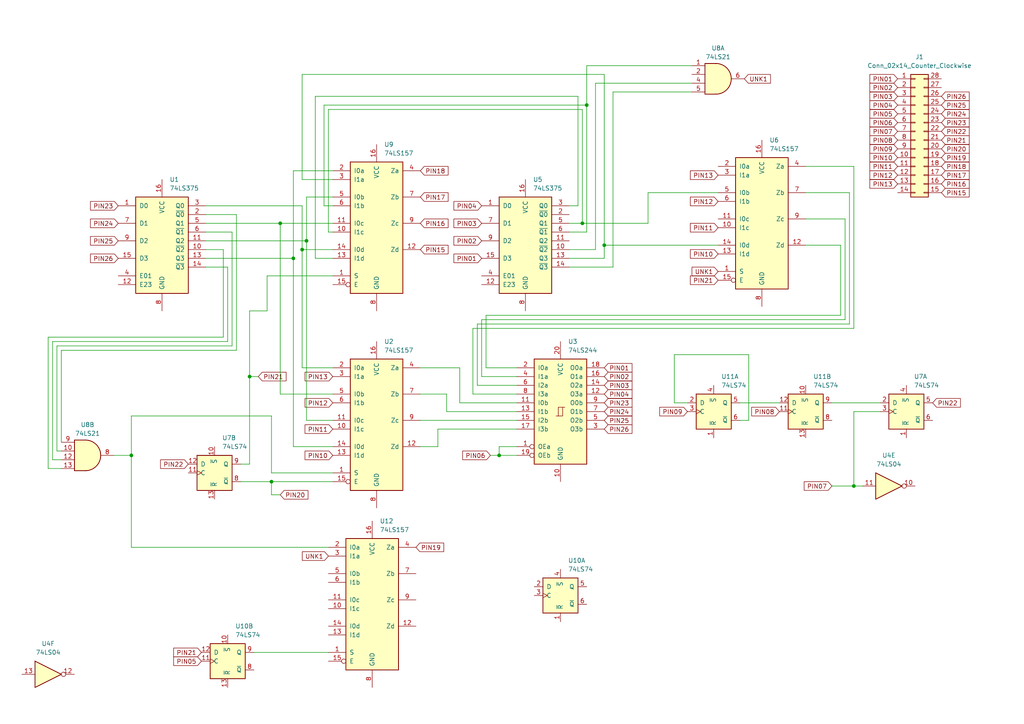
<source format=kicad_sch>
(kicad_sch (version 20230121) (generator eeschema)
  (paper "A4")
  (lib_symbols
    (symbol "74xx:74LS04"
      (property "Reference" "U" (at 0 1.27 0))
      (property "Value" "74LS04" (at 0 -1.27 0))
      (symbol "74LS04_1_0"
        (polyline (pts (xy -3.81 3.81) (xy -3.81 -3.81) (xy 3.81 0) (xy -3.81 3.81)) (stroke (width 0.254)) (fill (type background)))
        (pin input line (at -7.62 0 0) (length 3.81) (name "~") (number "1"))
        (pin output inverted (at 7.62 0 180) (length 3.81) (name "~") (number "2"))
      )
      (symbol "74LS04_2_0"
        (polyline (pts (xy -3.81 3.81) (xy -3.81 -3.81) (xy 3.81 0) (xy -3.81 3.81)) (stroke (width 0.254)) (fill (type background)))
        (pin input line (at -7.62 0 0) (length 3.81) (name "~") (number "3"))
        (pin output inverted (at 7.62 0 180) (length 3.81) (name "~") (number "4"))
      )
      (symbol "74LS04_3_0"
        (polyline (pts (xy -3.81 3.81) (xy -3.81 -3.81) (xy 3.81 0) (xy -3.81 3.81)) (stroke (width 0.254)) (fill (type background)))
        (pin input line (at -7.62 0 0) (length 3.81) (name "~") (number "5"))
        (pin output inverted (at 7.62 0 180) (length 3.81) (name "~") (number "6"))
      )
      (symbol "74LS04_4_0"
        (polyline (pts (xy -3.81 3.81) (xy -3.81 -3.81) (xy 3.81 0) (xy -3.81 3.81)) (stroke (width 0.254)) (fill (type background)))
        (pin output inverted (at 7.62 0 180) (length 3.81) (name "~") (number "8"))
        (pin input line (at -7.62 0 0) (length 3.81) (name "~") (number "9"))
      )
      (symbol "74LS04_5_0"
        (polyline (pts (xy -3.81 3.81) (xy -3.81 -3.81) (xy 3.81 0) (xy -3.81 3.81)) (stroke (width 0.254)) (fill (type background)))
        (pin output inverted (at 7.62 0 180) (length 3.81) (name "~") (number "10"))
        (pin input line (at -7.62 0 0) (length 3.81) (name "~") (number "11"))
      )
      (symbol "74LS04_6_0"
        (polyline (pts (xy -3.81 3.81) (xy -3.81 -3.81) (xy 3.81 0) (xy -3.81 3.81)) (stroke (width 0.254)) (fill (type background)))
        (pin output inverted (at 7.62 0 180) (length 3.81) (name "~") (number "12"))
        (pin input line (at -7.62 0 0) (length 3.81) (name "~") (number "13"))
      )
      (symbol "74LS04_7_0"
        (pin power_in line (at 0 12.7 270) (length 5.08) (name "VCC") (number "14"))
        (pin power_in line (at 0 -12.7 90) (length 5.08) (name "GND") (number "7"))
      )
      (symbol "74LS04_7_1"
        (rectangle (start -5.08 7.62) (end 5.08 -7.62) (stroke (width 0.254)) (fill (type background)))
      )
    )
    (symbol "74xx:74LS157" (pin_names (offset 1.016))
      (property "Reference" "U" (at -7.62 19.05 0))
      (property "Value" "74LS157" (at -7.62 -21.59 0))
      (symbol "74LS157_1_0"
        (pin input line (at -12.7 -15.24 0) (length 5.08) (name "S") (number "1"))
        (pin input line (at -12.7 -2.54 0) (length 5.08) (name "I1c") (number "10"))
        (pin input line (at -12.7 0 0) (length 5.08) (name "I0c") (number "11"))
        (pin output line (at 12.7 -7.62 180) (length 5.08) (name "Zd") (number "12"))
        (pin input line (at -12.7 -10.16 0) (length 5.08) (name "I1d") (number "13"))
        (pin input line (at -12.7 -7.62 0) (length 5.08) (name "I0d") (number "14"))
        (pin input inverted (at -12.7 -17.78 0) (length 5.08) (name "E") (number "15"))
        (pin power_in line (at 0 22.86 270) (length 5.08) (name "VCC") (number "16"))
        (pin input line (at -12.7 15.24 0) (length 5.08) (name "I0a") (number "2"))
        (pin input line (at -12.7 12.7 0) (length 5.08) (name "I1a") (number "3"))
        (pin output line (at 12.7 15.24 180) (length 5.08) (name "Za") (number "4"))
        (pin input line (at -12.7 7.62 0) (length 5.08) (name "I0b") (number "5"))
        (pin input line (at -12.7 5.08 0) (length 5.08) (name "I1b") (number "6"))
        (pin output line (at 12.7 7.62 180) (length 5.08) (name "Zb") (number "7"))
        (pin power_in line (at 0 -25.4 90) (length 5.08) (name "GND") (number "8"))
        (pin output line (at 12.7 0 180) (length 5.08) (name "Zc") (number "9"))
      )
      (symbol "74LS157_1_1"
        (rectangle (start -7.62 17.78) (end 7.62 -20.32) (stroke (width 0.254)) (fill (type background)))
      )
    )
    (symbol "74xx:74LS21" (pin_names (offset 1.016))
      (property "Reference" "U" (at 0 1.27 0))
      (property "Value" "74LS21" (at 0 -1.27 0))
      (symbol "74LS21_1_1"
        (arc (start -0.635 -4.445) (mid 3.7907 0) (end -0.635 4.445) (stroke (width 0.254)) (fill (type background)))
        (polyline (pts (xy -0.635 4.445) (xy -3.81 4.445) (xy -3.81 -4.445) (xy -0.635 -4.445)) (stroke (width 0.254)) (fill (type background)))
        (pin input line (at -7.62 3.81 0) (length 3.81) (name "~") (number "1"))
        (pin input line (at -7.62 1.27 0) (length 3.81) (name "~") (number "2"))
        (pin input line (at -7.62 -1.27 0) (length 3.81) (name "~") (number "4"))
        (pin input line (at -7.62 -3.81 0) (length 3.81) (name "~") (number "5"))
        (pin output line (at 7.62 0 180) (length 3.81) (name "~") (number "6"))
      )
      (symbol "74LS21_1_2"
        (arc (start -3.81 -4.445) (mid -2.5908 0) (end -3.81 4.445) (stroke (width 0.254)))
        (arc (start -0.6096 -4.445) (mid 2.2246 -2.8422) (end 3.81 0) (stroke (width 0.254)) (fill (type background)))
        (polyline (pts (xy -3.81 -4.445) (xy -0.635 -4.445)) (stroke (width 0.254)) (fill (type background)))
        (polyline (pts (xy -3.81 4.445) (xy -0.635 4.445)) (stroke (width 0.254)) (fill (type background)))
        (polyline (pts (xy -0.635 4.445) (xy -3.81 4.445) (xy -3.81 4.445) (xy -3.6322 4.0894) (xy -3.0988 2.921) (xy -2.7686 1.6764) (xy -2.6162 0.4318) (xy -2.6416 -0.8636) (xy -2.8702 -2.1082) (xy -3.2512 -3.3274) (xy -3.81 -4.445) (xy -3.81 -4.445) (xy -0.635 -4.445)) (stroke (width -25.4)) (fill (type background)))
        (arc (start 3.81 0) (mid 2.2204 2.8379) (end -0.6096 4.445) (stroke (width 0.254)) (fill (type background)))
        (pin input inverted (at -7.62 3.81 0) (length 3.81) (name "~") (number "1"))
        (pin input inverted (at -7.62 1.27 0) (length 4.826) (name "~") (number "2"))
        (pin input inverted (at -7.62 -1.27 0) (length 4.826) (name "~") (number "4"))
        (pin input inverted (at -7.62 -3.81 0) (length 3.81) (name "~") (number "5"))
        (pin output inverted (at 7.62 0 180) (length 3.81) (name "~") (number "6"))
      )
      (symbol "74LS21_2_1"
        (arc (start -0.635 -4.445) (mid 3.7907 0) (end -0.635 4.445) (stroke (width 0.254)) (fill (type background)))
        (polyline (pts (xy -0.635 4.445) (xy -3.81 4.445) (xy -3.81 -4.445) (xy -0.635 -4.445)) (stroke (width 0.254)) (fill (type background)))
        (pin input line (at -7.62 1.27 0) (length 3.81) (name "~") (number "10"))
        (pin input line (at -7.62 -1.27 0) (length 3.81) (name "~") (number "12"))
        (pin input line (at -7.62 -3.81 0) (length 3.81) (name "~") (number "13"))
        (pin output line (at 7.62 0 180) (length 3.81) (name "~") (number "8"))
        (pin input line (at -7.62 3.81 0) (length 3.81) (name "~") (number "9"))
      )
      (symbol "74LS21_2_2"
        (arc (start -3.81 -4.445) (mid -2.5908 0) (end -3.81 4.445) (stroke (width 0.254)))
        (arc (start -0.6096 -4.445) (mid 2.2246 -2.8422) (end 3.81 0) (stroke (width 0.254)) (fill (type background)))
        (polyline (pts (xy -3.81 -4.445) (xy -0.635 -4.445)) (stroke (width 0.254)) (fill (type background)))
        (polyline (pts (xy -3.81 4.445) (xy -0.635 4.445)) (stroke (width 0.254)) (fill (type background)))
        (polyline (pts (xy -0.635 4.445) (xy -3.81 4.445) (xy -3.81 4.445) (xy -3.6322 4.0894) (xy -3.0988 2.921) (xy -2.7686 1.6764) (xy -2.6162 0.4318) (xy -2.6416 -0.8636) (xy -2.8702 -2.1082) (xy -3.2512 -3.3274) (xy -3.81 -4.445) (xy -3.81 -4.445) (xy -0.635 -4.445)) (stroke (width -25.4)) (fill (type background)))
        (arc (start 3.81 0) (mid 2.2204 2.8379) (end -0.6096 4.445) (stroke (width 0.254)) (fill (type background)))
        (pin input inverted (at -7.62 1.27 0) (length 4.826) (name "~") (number "10"))
        (pin input inverted (at -7.62 -1.27 0) (length 4.826) (name "~") (number "12"))
        (pin input inverted (at -7.62 -3.81 0) (length 3.81) (name "~") (number "13"))
        (pin output inverted (at 7.62 0 180) (length 3.81) (name "~") (number "8"))
        (pin input inverted (at -7.62 3.81 0) (length 3.81) (name "~") (number "9"))
      )
      (symbol "74LS21_3_0"
        (pin power_in line (at 0 12.7 270) (length 5.08) (name "VCC") (number "14"))
        (pin power_in line (at 0 -12.7 90) (length 5.08) (name "GND") (number "7"))
      )
      (symbol "74LS21_3_1"
        (rectangle (start -5.08 7.62) (end 5.08 -7.62) (stroke (width 0.254)) (fill (type background)))
      )
    )
    (symbol "74xx:74LS244" (pin_names (offset 1.016))
      (property "Reference" "U" (at -7.62 16.51 0))
      (property "Value" "74LS244" (at -7.62 -16.51 0))
      (symbol "74LS244_1_0"
        (polyline (pts (xy -0.635 -1.27) (xy -0.635 1.27) (xy 0.635 1.27)))
        (polyline (pts (xy -1.27 -1.27) (xy 0.635 -1.27) (xy 0.635 1.27) (xy 1.27 1.27)))
        (pin input inverted (at -12.7 -10.16 0) (length 5.08) (name "OEa") (number "1"))
        (pin power_in line (at 0 -20.32 90) (length 5.08) (name "GND") (number "10"))
        (pin input line (at -12.7 2.54 0) (length 5.08) (name "I0b") (number "11"))
        (pin tri_state line (at 12.7 5.08 180) (length 5.08) (name "O3a") (number "12"))
        (pin input line (at -12.7 0 0) (length 5.08) (name "I1b") (number "13"))
        (pin tri_state line (at 12.7 7.62 180) (length 5.08) (name "O2a") (number "14"))
        (pin input line (at -12.7 -2.54 0) (length 5.08) (name "I2b") (number "15"))
        (pin tri_state line (at 12.7 10.16 180) (length 5.08) (name "O1a") (number "16"))
        (pin input line (at -12.7 -5.08 0) (length 5.08) (name "I3b") (number "17"))
        (pin tri_state line (at 12.7 12.7 180) (length 5.08) (name "O0a") (number "18"))
        (pin input inverted (at -12.7 -12.7 0) (length 5.08) (name "OEb") (number "19"))
        (pin input line (at -12.7 12.7 0) (length 5.08) (name "I0a") (number "2"))
        (pin power_in line (at 0 20.32 270) (length 5.08) (name "VCC") (number "20"))
        (pin tri_state line (at 12.7 -5.08 180) (length 5.08) (name "O3b") (number "3"))
        (pin input line (at -12.7 10.16 0) (length 5.08) (name "I1a") (number "4"))
        (pin tri_state line (at 12.7 -2.54 180) (length 5.08) (name "O2b") (number "5"))
        (pin input line (at -12.7 7.62 0) (length 5.08) (name "I2a") (number "6"))
        (pin tri_state line (at 12.7 0 180) (length 5.08) (name "O1b") (number "7"))
        (pin input line (at -12.7 5.08 0) (length 5.08) (name "I3a") (number "8"))
        (pin tri_state line (at 12.7 2.54 180) (length 5.08) (name "O0b") (number "9"))
      )
      (symbol "74LS244_1_1"
        (rectangle (start -7.62 15.24) (end 7.62 -15.24) (stroke (width 0.254)) (fill (type background)))
      )
    )
    (symbol "74xx:74LS375" (pin_names (offset 1.016))
      (property "Reference" "U" (at -7.62 13.97 0))
      (property "Value" "74LS375" (at -7.62 -16.51 0))
      (symbol "74LS375_1_0"
        (pin input line (at -12.7 10.16 0) (length 5.08) (name "D0") (number "1"))
        (pin output line (at 12.7 -2.54 180) (length 5.08) (name "~{Q2}") (number "10"))
        (pin output line (at 12.7 0 180) (length 5.08) (name "Q2") (number "11"))
        (pin input line (at -12.7 -12.7 0) (length 5.08) (name "E23") (number "12"))
        (pin output line (at 12.7 -5.08 180) (length 5.08) (name "Q3") (number "13"))
        (pin output line (at 12.7 -7.62 180) (length 5.08) (name "~{Q3}") (number "14"))
        (pin input line (at -12.7 -5.08 0) (length 5.08) (name "D3") (number "15"))
        (pin power_in line (at 0 17.78 270) (length 5.08) (name "VCC") (number "16"))
        (pin output line (at 12.7 7.62 180) (length 5.08) (name "~{Q0}") (number "2"))
        (pin output line (at 12.7 10.16 180) (length 5.08) (name "Q0") (number "3"))
        (pin input line (at -12.7 -10.16 0) (length 5.08) (name "E01") (number "4"))
        (pin output line (at 12.7 5.08 180) (length 5.08) (name "Q1") (number "5"))
        (pin output line (at 12.7 2.54 180) (length 5.08) (name "~{Q1}") (number "6"))
        (pin input line (at -12.7 5.08 0) (length 5.08) (name "D1") (number "7"))
        (pin power_in line (at 0 -20.32 90) (length 5.08) (name "GND") (number "8"))
        (pin input line (at -12.7 0 0) (length 5.08) (name "D2") (number "9"))
      )
      (symbol "74LS375_1_1"
        (rectangle (start -7.62 12.7) (end 7.62 -15.24) (stroke (width 0.254)) (fill (type background)))
      )
    )
    (symbol "74xx:74LS74" (pin_names (offset 1.016))
      (property "Reference" "U" (at -7.62 8.89 0))
      (property "Value" "74LS74" (at -7.62 -8.89 0))
      (symbol "74LS74_1_0"
        (pin input line (at 0 -7.62 90) (length 2.54) (name "~{R}") (number "1"))
        (pin input line (at -7.62 2.54 0) (length 2.54) (name "D") (number "2"))
        (pin input clock (at -7.62 0 0) (length 2.54) (name "C") (number "3"))
        (pin input line (at 0 7.62 270) (length 2.54) (name "~{S}") (number "4"))
        (pin output line (at 7.62 2.54 180) (length 2.54) (name "Q") (number "5"))
        (pin output line (at 7.62 -2.54 180) (length 2.54) (name "~{Q}") (number "6"))
      )
      (symbol "74LS74_1_1"
        (rectangle (start -5.08 5.08) (end 5.08 -5.08) (stroke (width 0.254)) (fill (type background)))
      )
      (symbol "74LS74_2_0"
        (pin input line (at 0 7.62 270) (length 2.54) (name "~{S}") (number "10"))
        (pin input clock (at -7.62 0 0) (length 2.54) (name "C") (number "11"))
        (pin input line (at -7.62 2.54 0) (length 2.54) (name "D") (number "12"))
        (pin input line (at 0 -7.62 90) (length 2.54) (name "~{R}") (number "13"))
        (pin output line (at 7.62 -2.54 180) (length 2.54) (name "~{Q}") (number "8"))
        (pin output line (at 7.62 2.54 180) (length 2.54) (name "Q") (number "9"))
      )
      (symbol "74LS74_2_1"
        (rectangle (start -5.08 5.08) (end 5.08 -5.08) (stroke (width 0.254)) (fill (type background)))
      )
      (symbol "74LS74_3_0"
        (pin power_in line (at 0 10.16 270) (length 2.54) (name "VCC") (number "14"))
        (pin power_in line (at 0 -10.16 90) (length 2.54) (name "GND") (number "7"))
      )
      (symbol "74LS74_3_1"
        (rectangle (start -5.08 7.62) (end 5.08 -7.62) (stroke (width 0.254)) (fill (type background)))
      )
    )
    (symbol "Connector_Generic:Conn_02x14_Counter_Clockwise" (pin_names (offset 1.016) hide)
      (property "Reference" "J" (at 1.27 17.78 0))
      (property "Value" "Conn_02x14_Counter_Clockwise" (at 1.27 -20.32 0))
      (symbol "Conn_02x14_Counter_Clockwise_1_1"
        (rectangle (start -1.27 -17.653) (end 0 -17.907) (stroke (width 0.1524)))
        (rectangle (start -1.27 -15.113) (end 0 -15.367) (stroke (width 0.1524)))
        (rectangle (start -1.27 -12.573) (end 0 -12.827) (stroke (width 0.1524)))
        (rectangle (start -1.27 -10.033) (end 0 -10.287) (stroke (width 0.1524)))
        (rectangle (start -1.27 -7.493) (end 0 -7.747) (stroke (width 0.1524)))
        (rectangle (start -1.27 -4.953) (end 0 -5.207) (stroke (width 0.1524)))
        (rectangle (start -1.27 -2.413) (end 0 -2.667) (stroke (width 0.1524)))
        (rectangle (start -1.27 0.127) (end 0 -0.127) (stroke (width 0.1524)))
        (rectangle (start -1.27 2.667) (end 0 2.413) (stroke (width 0.1524)))
        (rectangle (start -1.27 5.207) (end 0 4.953) (stroke (width 0.1524)))
        (rectangle (start -1.27 7.747) (end 0 7.493) (stroke (width 0.1524)))
        (rectangle (start -1.27 10.287) (end 0 10.033) (stroke (width 0.1524)))
        (rectangle (start -1.27 12.827) (end 0 12.573) (stroke (width 0.1524)))
        (rectangle (start -1.27 15.367) (end 0 15.113) (stroke (width 0.1524)))
        (rectangle (start -1.27 16.51) (end 3.81 -19.05) (stroke (width 0.254)) (fill (type background)))
        (rectangle (start 3.81 -17.653) (end 2.54 -17.907) (stroke (width 0.1524)))
        (rectangle (start 3.81 -15.113) (end 2.54 -15.367) (stroke (width 0.1524)))
        (rectangle (start 3.81 -12.573) (end 2.54 -12.827) (stroke (width 0.1524)))
        (rectangle (start 3.81 -10.033) (end 2.54 -10.287) (stroke (width 0.1524)))
        (rectangle (start 3.81 -7.493) (end 2.54 -7.747) (stroke (width 0.1524)))
        (rectangle (start 3.81 -4.953) (end 2.54 -5.207) (stroke (width 0.1524)))
        (rectangle (start 3.81 -2.413) (end 2.54 -2.667) (stroke (width 0.1524)))
        (rectangle (start 3.81 0.127) (end 2.54 -0.127) (stroke (width 0.1524)))
        (rectangle (start 3.81 2.667) (end 2.54 2.413) (stroke (width 0.1524)))
        (rectangle (start 3.81 5.207) (end 2.54 4.953) (stroke (width 0.1524)))
        (rectangle (start 3.81 7.747) (end 2.54 7.493) (stroke (width 0.1524)))
        (rectangle (start 3.81 10.287) (end 2.54 10.033) (stroke (width 0.1524)))
        (rectangle (start 3.81 12.827) (end 2.54 12.573) (stroke (width 0.1524)))
        (rectangle (start 3.81 15.367) (end 2.54 15.113) (stroke (width 0.1524)))
        (pin passive line (at -5.08 15.24 0) (length 3.81) (name "Pin_1") (number "1"))
        (pin passive line (at -5.08 -7.62 0) (length 3.81) (name "Pin_10") (number "10"))
        (pin passive line (at -5.08 -10.16 0) (length 3.81) (name "Pin_11") (number "11"))
        (pin passive line (at -5.08 -12.7 0) (length 3.81) (name "Pin_12") (number "12"))
        (pin passive line (at -5.08 -15.24 0) (length 3.81) (name "Pin_13") (number "13"))
        (pin passive line (at -5.08 -17.78 0) (length 3.81) (name "Pin_14") (number "14"))
        (pin passive line (at 7.62 -17.78 180) (length 3.81) (name "Pin_15") (number "15"))
        (pin passive line (at 7.62 -15.24 180) (length 3.81) (name "Pin_16") (number "16"))
        (pin passive line (at 7.62 -12.7 180) (length 3.81) (name "Pin_17") (number "17"))
        (pin passive line (at 7.62 -10.16 180) (length 3.81) (name "Pin_18") (number "18"))
        (pin passive line (at 7.62 -7.62 180) (length 3.81) (name "Pin_19") (number "19"))
        (pin passive line (at -5.08 12.7 0) (length 3.81) (name "Pin_2") (number "2"))
        (pin passive line (at 7.62 -5.08 180) (length 3.81) (name "Pin_20") (number "20"))
        (pin passive line (at 7.62 -2.54 180) (length 3.81) (name "Pin_21") (number "21"))
        (pin passive line (at 7.62 0 180) (length 3.81) (name "Pin_22") (number "22"))
        (pin passive line (at 7.62 2.54 180) (length 3.81) (name "Pin_23") (number "23"))
        (pin passive line (at 7.62 5.08 180) (length 3.81) (name "Pin_24") (number "24"))
        (pin passive line (at 7.62 7.62 180) (length 3.81) (name "Pin_25") (number "25"))
        (pin passive line (at 7.62 10.16 180) (length 3.81) (name "Pin_26") (number "26"))
        (pin passive line (at 7.62 12.7 180) (length 3.81) (name "Pin_27") (number "27"))
        (pin passive line (at 7.62 15.24 180) (length 3.81) (name "Pin_28") (number "28"))
        (pin passive line (at -5.08 10.16 0) (length 3.81) (name "Pin_3") (number "3"))
        (pin passive line (at -5.08 7.62 0) (length 3.81) (name "Pin_4") (number "4"))
        (pin passive line (at -5.08 5.08 0) (length 3.81) (name "Pin_5") (number "5"))
        (pin passive line (at -5.08 2.54 0) (length 3.81) (name "Pin_6") (number "6"))
        (pin passive line (at -5.08 0 0) (length 3.81) (name "Pin_7") (number "7"))
        (pin passive line (at -5.08 -2.54 0) (length 3.81) (name "Pin_8") (number "8"))
        (pin passive line (at -5.08 -5.08 0) (length 3.81) (name "Pin_9") (number "9"))
      )
    )
  )
  (junction (at 38.1 132.08))
  (junction (at 87.63 72.39))
  (junction (at 78.74 139.7))
  (junction (at 85.09 74.93))
  (junction (at 247.65 140.97))
  (junction (at 144.78 132.08))
  (junction (at 170.18 30.48))
  (junction (at 175.26 71.12))
  (junction (at 168.91 64.77))
  (junction (at 88.9 69.85))
  (junction (at 72.39 109.22))
  (junction (at 81.28 64.77))
  (wire (pts (xy 177.8 77.47) (xy 177.8 26.67)))
  (wire (pts (xy 88.9 69.85) (xy 88.9 57.15)))
  (wire (pts (xy 142.24 132.08) (xy 144.78 132.08)))
  (wire (pts (xy 233.68 71.12) (xy 243.84 71.12)))
  (wire (pts (xy 77.47 90.17) (xy 72.39 90.17)))
  (wire (pts (xy 241.3 116.84) (xy 255.27 116.84)))
  (wire (pts (xy 139.7 109.22) (xy 149.86 109.22)))
  (wire (pts (xy 96.52 137.16) (xy 78.74 137.16)))
  (wire (pts (xy 195.58 116.84) (xy 199.39 116.84)))
  (wire (pts (xy 59.69 69.85) (xy 88.9 69.85)))
  (wire (pts (xy 38.1 158.75) (xy 38.1 132.08)))
  (wire (pts (xy 93.98 59.69) (xy 96.52 59.69)))
  (wire (pts (xy 91.44 27.94) (xy 167.64 27.94)))
  (wire (pts (xy 72.39 90.17) (xy 72.39 109.22)))
  (wire (pts (xy 200.66 24.13) (xy 172.72 24.13)))
  (wire (pts (xy 15.24 133.35) (xy 15.24 99.06)))
  (wire (pts (xy 133.35 116.84) (xy 133.35 106.68)))
  (wire (pts (xy 149.86 116.84) (xy 133.35 116.84)))
  (wire (pts (xy 245.11 63.5) (xy 245.11 92.71)))
  (wire (pts (xy 233.68 63.5) (xy 245.11 63.5)))
  (wire (pts (xy 247.65 95.25) (xy 137.16 95.25)))
  (wire (pts (xy 165.1 64.77) (xy 168.91 64.77)))
  (wire (pts (xy 78.74 137.16) (xy 78.74 120.65)))
  (wire (pts (xy 16.51 100.33) (xy 16.51 130.81)))
  (wire (pts (xy 96.52 67.31) (xy 95.25 67.31)))
  (wire (pts (xy 149.86 119.38) (xy 129.54 119.38)))
  (wire (pts (xy 139.7 92.71) (xy 139.7 109.22)))
  (wire (pts (xy 165.1 74.93) (xy 175.26 74.93)))
  (wire (pts (xy 17.78 133.35) (xy 15.24 133.35)))
  (wire (pts (xy 233.68 48.26) (xy 247.65 48.26)))
  (wire (pts (xy 121.92 129.54) (xy 127 129.54)))
  (wire (pts (xy 95.25 67.31) (xy 95.25 31.75)))
  (wire (pts (xy 96.52 114.3) (xy 81.28 114.3)))
  (wire (pts (xy 85.09 129.54) (xy 96.52 129.54)))
  (wire (pts (xy 214.63 116.84) (xy 226.06 116.84)))
  (wire (pts (xy 59.69 67.31) (xy 67.31 67.31)))
  (wire (pts (xy 77.47 80.01) (xy 96.52 80.01)))
  (wire (pts (xy 85.09 74.93) (xy 85.09 129.54)))
  (wire (pts (xy 66.04 77.47) (xy 59.69 77.47)))
  (wire (pts (xy 168.91 64.77) (xy 187.96 64.77)))
  (wire (pts (xy 96.52 49.53) (xy 85.09 49.53)))
  (wire (pts (xy 68.58 101.6) (xy 68.58 62.23)))
  (wire (pts (xy 96.52 52.07) (xy 87.63 52.07)))
  (wire (pts (xy 81.28 64.77) (xy 96.52 64.77)))
  (wire (pts (xy 137.16 95.25) (xy 137.16 114.3)))
  (wire (pts (xy 87.63 106.68) (xy 96.52 106.68)))
  (wire (pts (xy 167.64 59.69) (xy 165.1 59.69)))
  (wire (pts (xy 217.17 121.92) (xy 217.17 102.87)))
  (wire (pts (xy 165.1 72.39) (xy 172.72 72.39)))
  (wire (pts (xy 149.86 129.54) (xy 144.78 129.54)))
  (wire (pts (xy 241.3 140.97) (xy 247.65 140.97)))
  (wire (pts (xy 170.18 67.31) (xy 170.18 30.48)))
  (wire (pts (xy 88.9 121.92) (xy 96.52 121.92)))
  (wire (pts (xy 88.9 57.15) (xy 96.52 57.15)))
  (wire (pts (xy 175.26 21.59) (xy 175.26 71.12)))
  (wire (pts (xy 59.69 64.77) (xy 81.28 64.77)))
  (wire (pts (xy 59.69 72.39) (xy 64.77 72.39)))
  (wire (pts (xy 138.43 111.76) (xy 149.86 111.76)))
  (wire (pts (xy 233.68 55.88) (xy 246.38 55.88)))
  (wire (pts (xy 81.28 143.51) (xy 78.74 143.51)))
  (wire (pts (xy 15.24 99.06) (xy 66.04 99.06)))
  (wire (pts (xy 17.78 101.6) (xy 68.58 101.6)))
  (wire (pts (xy 78.74 139.7) (xy 96.52 139.7)))
  (wire (pts (xy 187.96 64.77) (xy 187.96 55.88)))
  (wire (pts (xy 81.28 114.3) (xy 81.28 64.77)))
  (wire (pts (xy 95.25 158.75) (xy 38.1 158.75)))
  (wire (pts (xy 165.1 77.47) (xy 177.8 77.47)))
  (wire (pts (xy 59.69 59.69) (xy 87.63 59.69)))
  (wire (pts (xy 247.65 48.26) (xy 247.65 95.25)))
  (wire (pts (xy 144.78 129.54) (xy 144.78 132.08)))
  (wire (pts (xy 247.65 140.97) (xy 250.19 140.97)))
  (wire (pts (xy 246.38 93.98) (xy 138.43 93.98)))
  (wire (pts (xy 149.86 124.46) (xy 127 124.46)))
  (wire (pts (xy 96.52 74.93) (xy 91.44 74.93)))
  (wire (pts (xy 72.39 109.22) (xy 74.93 109.22)))
  (wire (pts (xy 138.43 93.98) (xy 138.43 111.76)))
  (wire (pts (xy 69.85 139.7) (xy 78.74 139.7)))
  (wire (pts (xy 87.63 72.39) (xy 96.52 72.39)))
  (wire (pts (xy 243.84 91.44) (xy 140.97 91.44)))
  (wire (pts (xy 168.91 31.75) (xy 168.91 64.77)))
  (wire (pts (xy 95.25 31.75) (xy 168.91 31.75)))
  (wire (pts (xy 246.38 55.88) (xy 246.38 93.98)))
  (wire (pts (xy 77.47 90.17) (xy 77.47 80.01)))
  (wire (pts (xy 64.77 72.39) (xy 64.77 97.79)))
  (wire (pts (xy 91.44 74.93) (xy 91.44 27.94)))
  (wire (pts (xy 59.69 74.93) (xy 85.09 74.93)))
  (wire (pts (xy 66.04 99.06) (xy 66.04 77.47)))
  (wire (pts (xy 73.66 189.23) (xy 95.25 189.23)))
  (wire (pts (xy 67.31 100.33) (xy 16.51 100.33)))
  (wire (pts (xy 140.97 91.44) (xy 140.97 106.68)))
  (wire (pts (xy 78.74 143.51) (xy 78.74 139.7)))
  (wire (pts (xy 16.51 130.81) (xy 17.78 130.81)))
  (wire (pts (xy 88.9 69.85) (xy 88.9 121.92)))
  (wire (pts (xy 121.92 121.92) (xy 149.86 121.92)))
  (wire (pts (xy 140.97 106.68) (xy 149.86 106.68)))
  (wire (pts (xy 127 124.46) (xy 127 129.54)))
  (wire (pts (xy 167.64 27.94) (xy 167.64 59.69)))
  (wire (pts (xy 243.84 71.12) (xy 243.84 91.44)))
  (wire (pts (xy 172.72 24.13) (xy 172.72 72.39)))
  (wire (pts (xy 133.35 106.68) (xy 121.92 106.68)))
  (wire (pts (xy 170.18 30.48) (xy 93.98 30.48)))
  (wire (pts (xy 67.31 67.31) (xy 67.31 100.33)))
  (wire (pts (xy 129.54 119.38) (xy 129.54 114.3)))
  (wire (pts (xy 247.65 119.38) (xy 255.27 119.38)))
  (wire (pts (xy 137.16 114.3) (xy 149.86 114.3)))
  (wire (pts (xy 87.63 59.69) (xy 87.63 72.39)))
  (wire (pts (xy 187.96 55.88) (xy 208.28 55.88)))
  (wire (pts (xy 214.63 121.92) (xy 217.17 121.92)))
  (wire (pts (xy 170.18 19.05) (xy 170.18 30.48)))
  (wire (pts (xy 247.65 119.38) (xy 247.65 140.97)))
  (wire (pts (xy 208.28 71.12) (xy 175.26 71.12)))
  (wire (pts (xy 217.17 102.87) (xy 195.58 102.87)))
  (wire (pts (xy 72.39 134.62) (xy 72.39 109.22)))
  (wire (pts (xy 38.1 132.08) (xy 33.02 132.08)))
  (wire (pts (xy 165.1 67.31) (xy 170.18 67.31)))
  (wire (pts (xy 245.11 92.71) (xy 139.7 92.71)))
  (wire (pts (xy 68.58 62.23) (xy 59.69 62.23)))
  (wire (pts (xy 175.26 71.12) (xy 175.26 74.93)))
  (wire (pts (xy 87.63 72.39) (xy 87.63 106.68)))
  (wire (pts (xy 87.63 21.59) (xy 175.26 21.59)))
  (wire (pts (xy 195.58 102.87) (xy 195.58 116.84)))
  (wire (pts (xy 69.85 134.62) (xy 72.39 134.62)))
  (wire (pts (xy 85.09 49.53) (xy 85.09 74.93)))
  (wire (pts (xy 129.54 114.3) (xy 121.92 114.3)))
  (wire (pts (xy 177.8 26.67) (xy 200.66 26.67)))
  (wire (pts (xy 144.78 132.08) (xy 149.86 132.08)))
  (wire (pts (xy 38.1 120.65) (xy 38.1 132.08)))
  (wire (pts (xy 64.77 97.79) (xy 13.97 97.79)))
  (wire (pts (xy 200.66 19.05) (xy 170.18 19.05)))
  (wire (pts (xy 13.97 135.89) (xy 17.78 135.89)))
  (wire (pts (xy 17.78 101.6) (xy 17.78 128.27)))
  (wire (pts (xy 78.74 120.65) (xy 38.1 120.65)))
  (wire (pts (xy 87.63 52.07) (xy 87.63 21.59)))
  (wire (pts (xy 93.98 30.48) (xy 93.98 59.69)))
  (wire (pts (xy 13.97 97.79) (xy 13.97 135.89)))
  (global_label "PIN19" (shape input) (at 273.05 45.72 0) (property "Intersheetrefs" "${INTERSHEET_REFS}" (effects hide)))
  (global_label "PIN09" (shape input) (at 260.35 43.18 180) (property "Intersheetrefs" "${INTERSHEET_REFS}" (effects hide)))
  (global_label "PIN13" (shape input) (at 260.35 53.34 180) (property "Intersheetrefs" "${INTERSHEET_REFS}" (effects hide)))
  (global_label "PIN22" (shape input) (at 270.51 116.84 0) (property "Intersheetrefs" "${INTERSHEET_REFS}" (effects hide)))
  (global_label "PIN20" (shape input) (at 81.28 143.51 0) (property "Intersheetrefs" "${INTERSHEET_REFS}" (effects hide)))
  (global_label "PIN25" (shape input) (at 175.26 121.92 0) (property "Intersheetrefs" "${INTERSHEET_REFS}" (effects hide)))
  (global_label "UNK1" (shape input) (at 95.25 161.29 180) (property "Intersheetrefs" "${INTERSHEET_REFS}" (effects hide)))
  (global_label "PIN11" (shape input) (at 96.52 124.46 180) (property "Intersheetrefs" "${INTERSHEET_REFS}" (effects hide)))
  (global_label "PIN07" (shape input) (at 241.3 140.97 180) (property "Intersheetrefs" "${INTERSHEET_REFS}" (effects hide)))
  (global_label "PIN13" (shape input) (at 96.52 109.22 180) (property "Intersheetrefs" "${INTERSHEET_REFS}" (effects hide)))
  (global_label "PIN07" (shape input) (at 260.35 38.1 180) (property "Intersheetrefs" "${INTERSHEET_REFS}" (effects hide)))
  (global_label "PIN12" (shape input) (at 96.52 116.84 180) (property "Intersheetrefs" "${INTERSHEET_REFS}" (effects hide)))
  (global_label "PIN10" (shape input) (at 260.35 45.72 180) (property "Intersheetrefs" "${INTERSHEET_REFS}" (effects hide)))
  (global_label "PIN03" (shape input) (at 175.26 111.76 0) (property "Intersheetrefs" "${INTERSHEET_REFS}" (effects hide)))
  (global_label "PIN23" (shape input) (at 273.05 35.56 0) (property "Intersheetrefs" "${INTERSHEET_REFS}" (effects hide)))
  (global_label "PIN23" (shape input) (at 175.26 116.84 0) (property "Intersheetrefs" "${INTERSHEET_REFS}" (effects hide)))
  (global_label "PIN21" (shape input) (at 273.05 40.64 0) (property "Intersheetrefs" "${INTERSHEET_REFS}" (effects hide)))
  (global_label "PIN09" (shape input) (at 199.39 119.38 180) (property "Intersheetrefs" "${INTERSHEET_REFS}" (effects hide)))
  (global_label "PIN25" (shape input) (at 273.05 30.48 0) (property "Intersheetrefs" "${INTERSHEET_REFS}" (effects hide)))
  (global_label "PIN04" (shape input) (at 260.35 30.48 180) (property "Intersheetrefs" "${INTERSHEET_REFS}" (effects hide)))
  (global_label "PIN04" (shape input) (at 139.7 59.69 180) (property "Intersheetrefs" "${INTERSHEET_REFS}" (effects hide)))
  (global_label "PIN01" (shape input) (at 175.26 106.68 0) (property "Intersheetrefs" "${INTERSHEET_REFS}" (effects hide)))
  (global_label "PIN18" (shape input) (at 121.92 49.53 0) (property "Intersheetrefs" "${INTERSHEET_REFS}" (effects hide)))
  (global_label "PIN01" (shape input) (at 260.35 22.86 180) (property "Intersheetrefs" "${INTERSHEET_REFS}" (effects hide)))
  (global_label "PIN24" (shape input) (at 273.05 33.02 0) (property "Intersheetrefs" "${INTERSHEET_REFS}" (effects hide)))
  (global_label "PIN02" (shape input) (at 139.7 69.85 180) (property "Intersheetrefs" "${INTERSHEET_REFS}" (effects hide)))
  (global_label "PIN17" (shape input) (at 121.92 57.15 0) (property "Intersheetrefs" "${INTERSHEET_REFS}" (effects hide)))
  (global_label "PIN12" (shape input) (at 260.35 50.8 180) (property "Intersheetrefs" "${INTERSHEET_REFS}" (effects hide)))
  (global_label "PIN01" (shape input) (at 139.7 74.93 180) (property "Intersheetrefs" "${INTERSHEET_REFS}" (effects hide)))
  (global_label "PIN16" (shape input) (at 273.05 53.34 0) (property "Intersheetrefs" "${INTERSHEET_REFS}" (effects hide)))
  (global_label "PIN26" (shape input) (at 175.26 124.46 0) (property "Intersheetrefs" "${INTERSHEET_REFS}" (effects hide)))
  (global_label "PIN02" (shape input) (at 260.35 25.4 180) (property "Intersheetrefs" "${INTERSHEET_REFS}" (effects hide)))
  (global_label "PIN22" (shape input) (at 54.61 134.62 180) (property "Intersheetrefs" "${INTERSHEET_REFS}" (effects hide)))
  (global_label "PIN12" (shape input) (at 208.28 58.42 180) (property "Intersheetrefs" "${INTERSHEET_REFS}" (effects hide)))
  (global_label "PIN16" (shape input) (at 121.92 64.77 0) (property "Intersheetrefs" "${INTERSHEET_REFS}" (effects hide)))
  (global_label "PIN26" (shape input) (at 273.05 27.94 0) (property "Intersheetrefs" "${INTERSHEET_REFS}" (effects hide)))
  (global_label "PIN21" (shape input) (at 74.93 109.22 0) (property "Intersheetrefs" "${INTERSHEET_REFS}" (effects hide)))
  (global_label "PIN26" (shape input) (at 34.29 74.93 180) (property "Intersheetrefs" "${INTERSHEET_REFS}" (effects hide)))
  (global_label "PIN23" (shape input) (at 34.29 59.69 180) (property "Intersheetrefs" "${INTERSHEET_REFS}" (effects hide)))
  (global_label "PIN24" (shape input) (at 175.26 119.38 0) (property "Intersheetrefs" "${INTERSHEET_REFS}" (effects hide)))
  (global_label "PIN20" (shape input) (at 273.05 43.18 0) (property "Intersheetrefs" "${INTERSHEET_REFS}" (effects hide)))
  (global_label "PIN21" (shape input) (at 208.28 81.28 180) (property "Intersheetrefs" "${INTERSHEET_REFS}" (effects hide)))
  (global_label "PIN10" (shape input) (at 96.52 132.08 180) (property "Intersheetrefs" "${INTERSHEET_REFS}" (effects hide)))
  (global_label "UNK1" (shape input) (at 208.28 78.74 180) (property "Intersheetrefs" "${INTERSHEET_REFS}" (effects hide)))
  (global_label "PIN22" (shape input) (at 273.05 38.1 0) (property "Intersheetrefs" "${INTERSHEET_REFS}" (effects hide)))
  (global_label "PIN03" (shape input) (at 139.7 64.77 180) (property "Intersheetrefs" "${INTERSHEET_REFS}" (effects hide)))
  (global_label "PIN18" (shape input) (at 273.05 48.26 0) (property "Intersheetrefs" "${INTERSHEET_REFS}" (effects hide)))
  (global_label "PIN06" (shape input) (at 142.24 132.08 180) (property "Intersheetrefs" "${INTERSHEET_REFS}" (effects hide)))
  (global_label "PIN13" (shape input) (at 208.28 50.8 180) (property "Intersheetrefs" "${INTERSHEET_REFS}" (effects hide)))
  (global_label "PIN06" (shape input) (at 260.35 35.56 180) (property "Intersheetrefs" "${INTERSHEET_REFS}" (effects hide)))
  (global_label "PIN11" (shape input) (at 260.35 48.26 180) (property "Intersheetrefs" "${INTERSHEET_REFS}" (effects hide)))
  (global_label "PIN11" (shape input) (at 208.28 66.04 180) (property "Intersheetrefs" "${INTERSHEET_REFS}" (effects hide)))
  (global_label "PIN04" (shape input) (at 175.26 114.3 0) (property "Intersheetrefs" "${INTERSHEET_REFS}" (effects hide)))
  (global_label "PIN03" (shape input) (at 260.35 27.94 180) (property "Intersheetrefs" "${INTERSHEET_REFS}" (effects hide)))
  (global_label "PIN08" (shape input) (at 260.35 40.64 180) (property "Intersheetrefs" "${INTERSHEET_REFS}" (effects hide)))
  (global_label "PIN05" (shape input) (at 58.42 191.77 180) (property "Intersheetrefs" "${INTERSHEET_REFS}" (effects hide)))
  (global_label "PIN15" (shape input) (at 121.92 72.39 0) (property "Intersheetrefs" "${INTERSHEET_REFS}" (effects hide)))
  (global_label "PIN02" (shape input) (at 175.26 109.22 0) (property "Intersheetrefs" "${INTERSHEET_REFS}" (effects hide)))
  (global_label "PIN10" (shape input) (at 208.28 73.66 180) (property "Intersheetrefs" "${INTERSHEET_REFS}" (effects hide)))
  (global_label "PIN17" (shape input) (at 273.05 50.8 0) (property "Intersheetrefs" "${INTERSHEET_REFS}" (effects hide)))
  (global_label "PIN19" (shape input) (at 120.65 158.75 0) (property "Intersheetrefs" "${INTERSHEET_REFS}" (effects hide)))
  (global_label "PIN21" (shape input) (at 58.42 189.23 180) (property "Intersheetrefs" "${INTERSHEET_REFS}" (effects hide)))
  (global_label "PIN24" (shape input) (at 34.29 64.77 180) (property "Intersheetrefs" "${INTERSHEET_REFS}" (effects hide)))
  (global_label "PIN25" (shape input) (at 34.29 69.85 180) (property "Intersheetrefs" "${INTERSHEET_REFS}" (effects hide)))
  (global_label "UNK1" (shape input) (at 215.9 22.86 0) (property "Intersheetrefs" "${INTERSHEET_REFS}" (effects hide)))
  (global_label "PIN15" (shape input) (at 273.05 55.88 0) (property "Intersheetrefs" "${INTERSHEET_REFS}" (effects hide)))
  (global_label "PIN08" (shape input) (at 226.06 119.38 180) (property "Intersheetrefs" "${INTERSHEET_REFS}" (effects hide)))
  (global_label "PIN05" (shape input) (at 260.35 33.02 180) (property "Intersheetrefs" "${INTERSHEET_REFS}" (effects hide)))
  (symbol (lib_id "74xx:74LS375") (at 152.4 69.85 0) (unit 1)
    (property "Reference" "U5" (at 154.5941 52.07 0) (effects (justify left)))
    (property "Value" "74LS375" (at 154.5941 54.61 0) (effects (justify left)))
    (property "Footprint" "Package_DIP:DIP-16_W7.62mm" (effects hide))
    (property "Datasheet" "http://www.ti.com/lit/gpn/sn74LS375" (effects hide))
  )
  (symbol (lib_id "74xx:74LS74") (at 66.04 191.77 0) (unit 2)
    (property "Reference" "U10" (at 68.2341 181.61 0) (effects (justify left)))
    (property "Value" "74LS74" (at 68.2341 184.15 0) (effects (justify left)))
    (property "Footprint" "Package_DIP:DIP-14_W7.62mm" (effects hide))
    (property "Datasheet" "74xx/74hc_hct74.pdf" (effects hide))
  )
  (symbol (lib_id "74xx:74LS04") (at -27.94 147.32 0) (unit 2)
    (property "Reference" "U4" (at -27.94 138.43 0))
    (property "Value" "74LS04" (at -27.94 140.97 0))
    (property "Footprint" "Package_DIP:DIP-14_W7.62mm" (effects hide))
    (property "Datasheet" "http://www.ti.com/lit/gpn/sn74LS04" (effects hide))
  )
  (symbol (lib_id "74xx:74LS74") (at -60.96 139.7 0) (unit 3)
    (property "Reference" "U7" (at -54.61 138.43 0) (effects (justify left)))
    (property "Value" "74LS74" (at -54.61 140.97 0) (effects (justify left)))
    (property "Footprint" "Package_DIP:DIP-14_W7.62mm" (effects hide))
    (property "Datasheet" "74xx/74hc_hct74.pdf" (effects hide))
  )
  (symbol (lib_id "74xx:74LS74") (at -33.02 241.3 0) (unit 3)
    (property "Reference" "U11" (at -26.67 240.03 0) (effects (justify left)))
    (property "Value" "74LS74" (at -26.67 242.57 0) (effects (justify left)))
    (property "Footprint" "Package_DIP:DIP-14_W7.62mm" (effects hide))
    (property "Datasheet" "74xx/74hc_hct74.pdf" (effects hide))
  )
  (symbol (lib_id "74xx:74LS04") (at -27.94 130.81 0) (unit 1)
    (property "Reference" "U4" (at -27.94 121.92 0))
    (property "Value" "74LS04" (at -27.94 124.46 0))
    (property "Footprint" "Package_DIP:DIP-14_W7.62mm" (effects hide))
    (property "Datasheet" "http://www.ti.com/lit/gpn/sn74LS04" (effects hide))
  )
  (symbol (lib_id "74xx:74LS74") (at -66.04 226.06 0) (unit 3)
    (property "Reference" "U10" (at -58.42 224.79 0) (effects (justify left)))
    (property "Value" "74LS74" (at -58.42 227.33 0) (effects (justify left)))
    (property "Footprint" "Package_DIP:DIP-14_W7.62mm" (effects hide))
    (property "Datasheet" "74xx/74hc_hct74.pdf" (effects hide))
  )
  (symbol (lib_id "74xx:74LS244") (at 162.56 119.38 0) (unit 1)
    (property "Reference" "U3" (at 164.7541 99.06 0) (effects (justify left)))
    (property "Value" "74LS244" (at 164.7541 101.6 0) (effects (justify left)))
    (property "Footprint" "Package_DIP:DIP-20_W7.62mm" (effects hide))
    (property "Datasheet" "http://www.ti.com/lit/ds/symlink/sn74ls244.pdf" (effects hide))
  )
  (symbol (lib_id "74xx:74LS157") (at 220.98 63.5 0) (unit 1)
    (property "Reference" "U6" (at 223.1741 40.64 0) (effects (justify left)))
    (property "Value" "74LS157" (at 223.1741 43.18 0) (effects (justify left)))
    (property "Footprint" "Package_DIP:DIP-16_W7.62mm" (effects hide))
    (property "Datasheet" "http://www.ti.com/lit/gpn/sn74LS157" (effects hide))
  )
  (symbol (lib_id "74xx:74LS375") (at 46.99 69.85 0) (unit 1)
    (property "Reference" "U1" (at 49.1841 52.07 0) (effects (justify left)))
    (property "Value" "74LS375" (at 49.1841 54.61 0) (effects (justify left)))
    (property "Footprint" "Package_DIP:DIP-16_W7.62mm" (effects hide))
    (property "Datasheet" "http://www.ti.com/lit/gpn/sn74LS375" (effects hide))
  )
  (symbol (lib_id "74xx:74LS21") (at 25.4 132.08 0) (unit 2)
    (property "Reference" "U8" (at 25.3903 123.19 0))
    (property "Value" "74LS21" (at 25.3903 125.73 0))
    (property "Footprint" "Package_DIP:DIP-14_W7.62mm" (effects hide))
    (property "Datasheet" "http://www.ti.com/lit/gpn/sn74LS21" (effects hide))
  )
  (symbol (lib_id "74xx:74LS74") (at 233.68 119.38 0) (unit 2)
    (property "Reference" "U11" (at 235.8741 109.22 0) (effects (justify left)))
    (property "Value" "74LS74" (at 235.8741 111.76 0) (effects (justify left)))
    (property "Footprint" "Package_DIP:DIP-14_W7.62mm" (effects hide))
    (property "Datasheet" "74xx/74hc_hct74.pdf" (effects hide))
  )
  (symbol (lib_id "74xx:74LS21") (at 208.28 22.86 0) (unit 1)
    (property "Reference" "U8" (at 208.2703 13.97 0))
    (property "Value" "74LS21" (at 208.2703 16.51 0))
    (property "Footprint" "Package_DIP:DIP-14_W7.62mm" (effects hide))
    (property "Datasheet" "http://www.ti.com/lit/gpn/sn74LS21" (effects hide))
  )
  (symbol (lib_id "74xx:74LS04") (at 13.97 195.58 0) (unit 6)
    (property "Reference" "U4" (at 13.97 186.69 0))
    (property "Value" "74LS04" (at 13.97 189.23 0))
    (property "Footprint" "Package_DIP:DIP-14_W7.62mm" (effects hide))
    (property "Datasheet" "http://www.ti.com/lit/gpn/sn74LS04" (effects hide))
  )
  (symbol (lib_id "74xx:74LS04") (at -26.67 179.07 0) (unit 4)
    (property "Reference" "U4" (at -26.67 170.18 0))
    (property "Value" "74LS04" (at -26.67 172.72 0))
    (property "Footprint" "Package_DIP:DIP-14_W7.62mm" (effects hide))
    (property "Datasheet" "http://www.ti.com/lit/gpn/sn74LS04" (effects hide))
  )
  (symbol (lib_id "74xx:74LS157") (at 109.22 64.77 0) (unit 1)
    (property "Reference" "U9" (at 111.4141 41.91 0) (effects (justify left)))
    (property "Value" "74LS157" (at 111.4141 44.45 0) (effects (justify left)))
    (property "Footprint" "Package_DIP:DIP-16_W7.62mm" (effects hide))
    (property "Datasheet" "http://www.ti.com/lit/gpn/sn74LS157" (effects hide))
  )
  (symbol (lib_id "74xx:74LS04") (at -29.21 163.83 0) (unit 3)
    (property "Reference" "U4" (at -29.21 154.94 0))
    (property "Value" "74LS04" (at -29.21 157.48 0))
    (property "Footprint" "Package_DIP:DIP-14_W7.62mm" (effects hide))
    (property "Datasheet" "http://www.ti.com/lit/gpn/sn74LS04" (effects hide))
  )
  (symbol (lib_id "74xx:74LS157") (at 109.22 121.92 0) (unit 1)
    (property "Reference" "U2" (at 111.4141 99.06 0) (effects (justify left)))
    (property "Value" "74LS157" (at 111.4141 101.6 0) (effects (justify left)))
    (property "Footprint" "Package_DIP:DIP-16_W7.62mm" (effects hide))
    (property "Datasheet" "http://www.ti.com/lit/gpn/sn74LS157" (effects hide))
  )
  (symbol (lib_id "74xx:74LS157") (at 107.95 173.99 0) (unit 1)
    (property "Reference" "U12" (at 110.1441 151.13 0) (effects (justify left)))
    (property "Value" "74LS157" (at 110.1441 153.67 0) (effects (justify left)))
    (property "Footprint" "Package_DIP:DIP-16_W7.62mm" (effects hide))
    (property "Datasheet" "http://www.ti.com/lit/gpn/sn74LS157" (effects hide))
  )
  (symbol (lib_id "74xx:74LS04") (at -91.44 138.43 0) (unit 7)
    (property "Reference" "U4" (at -83.82 137.16 0) (effects (justify left)))
    (property "Value" "74LS04" (at -83.82 139.7 0) (effects (justify left)))
    (property "Footprint" "Package_DIP:DIP-14_W7.62mm" (effects hide))
    (property "Datasheet" "http://www.ti.com/lit/gpn/sn74LS04" (effects hide))
  )
  (symbol (lib_id "74xx:74LS21") (at -100.33 193.04 0) (unit 3)
    (property "Reference" "U8" (at -92.71 191.77 0) (effects (justify left)))
    (property "Value" "74LS21" (at -92.71 194.31 0) (effects (justify left)))
    (property "Footprint" "Package_DIP:DIP-14_W7.62mm" (effects hide))
    (property "Datasheet" "http://www.ti.com/lit/gpn/sn74LS21" (effects hide))
  )
  (symbol (lib_id "74xx:74LS74") (at 207.01 119.38 0) (unit 1)
    (property "Reference" "U11" (at 209.2041 109.22 0) (effects (justify left)))
    (property "Value" "74LS74" (at 209.2041 111.76 0) (effects (justify left)))
    (property "Footprint" "Package_DIP:DIP-14_W7.62mm" (effects hide))
    (property "Datasheet" "74xx/74hc_hct74.pdf" (effects hide))
  )
  (symbol (lib_id "74xx:74LS74") (at 262.89 119.38 0) (unit 1)
    (property "Reference" "U7" (at 265.0841 109.22 0) (effects (justify left)))
    (property "Value" "74LS74" (at 265.0841 111.76 0) (effects (justify left)))
    (property "Footprint" "Package_DIP:DIP-14_W7.62mm" (effects hide))
    (property "Datasheet" "74xx/74hc_hct74.pdf" (effects hide))
  )
  (symbol (lib_id "74xx:74LS04") (at 257.81 140.97 0) (unit 5)
    (property "Reference" "U4" (at 257.81 132.08 0))
    (property "Value" "74LS04" (at 257.81 134.62 0))
    (property "Footprint" "Package_DIP:DIP-14_W7.62mm" (effects hide))
    (property "Datasheet" "http://www.ti.com/lit/gpn/sn74LS04" (effects hide))
  )
  (symbol (lib_id "74xx:74LS74") (at 62.23 137.16 0) (unit 2)
    (property "Reference" "U7" (at 64.4241 127 0) (effects (justify left)))
    (property "Value" "74LS74" (at 64.4241 129.54 0) (effects (justify left)))
    (property "Footprint" "Package_DIP:DIP-14_W7.62mm" (effects hide))
    (property "Datasheet" "74xx/74hc_hct74.pdf" (effects hide))
  )
  (symbol (lib_id "74xx:74LS74") (at 162.56 172.72 0) (unit 1)
    (property "Reference" "U10" (at 164.7541 162.56 0) (effects (justify left)))
    (property "Value" "74LS74" (at 164.7541 165.1 0) (effects (justify left)))
    (property "Footprint" "Package_DIP:DIP-14_W7.62mm" (effects hide))
    (property "Datasheet" "74xx/74hc_hct74.pdf" (effects hide))
  )
  (symbol (lib_id "Connector_Generic:Conn_02x14_Counter_Clockwise") (at 265.43 38.1 0) (unit 1)
    (property "Reference" "J1" (at 266.7 16.51 0))
    (property "Value" "Conn_02x14_Counter_Clockwise" (at 266.7 19.05 0))
    (property "Footprint" "Package_DIP:DIP-28_W15.24mm" (effects hide))
  )
)
</source>
